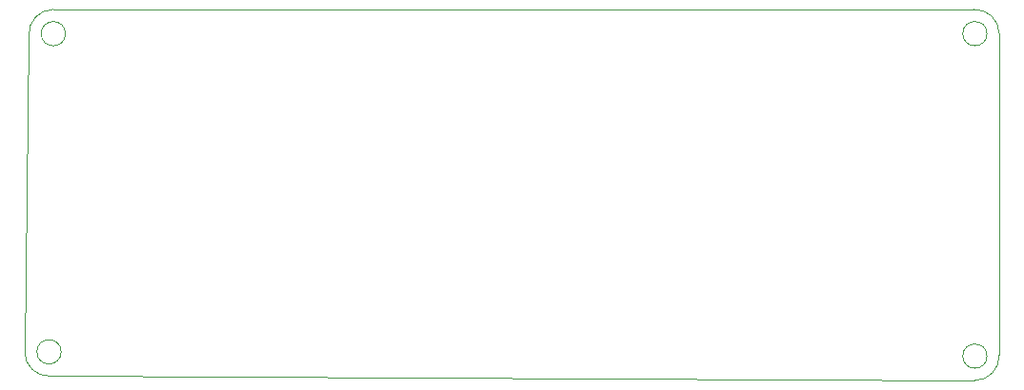
<source format=gbr>
%TF.GenerationSoftware,KiCad,Pcbnew,9.0.7-9.0.7~ubuntu24.04.1*%
%TF.CreationDate,2026-01-19T19:18:33+05:30*%
%TF.ProjectId,controller,636f6e74-726f-46c6-9c65-722e6b696361,rev?*%
%TF.SameCoordinates,Original*%
%TF.FileFunction,Profile,NP*%
%FSLAX46Y46*%
G04 Gerber Fmt 4.6, Leading zero omitted, Abs format (unit mm)*
G04 Created by KiCad (PCBNEW 9.0.7-9.0.7~ubuntu24.04.1) date 2026-01-19 19:18:33*
%MOMM*%
%LPD*%
G01*
G04 APERTURE LIST*
%TA.AperFunction,Profile*%
%ADD10C,0.050000*%
%TD*%
G04 APERTURE END LIST*
D10*
X114881725Y-103291298D02*
X115266457Y-75101030D01*
X199340457Y-105835030D02*
X117171457Y-105450297D01*
X201503189Y-74970298D02*
X201499457Y-103545298D01*
X117171457Y-105450298D02*
G75*
G02*
X114881725Y-103291298I-127000J2159000D01*
G01*
X118122088Y-103291298D02*
G75*
G02*
X115966826Y-103291298I-1077631J0D01*
G01*
X115966826Y-103291298D02*
G75*
G02*
X118122088Y-103291298I1077631J0D01*
G01*
X201499457Y-103545298D02*
G75*
G02*
X199340457Y-105835030I-2159000J-127000D01*
G01*
X200418088Y-103672298D02*
G75*
G02*
X198262826Y-103672298I-1077631J0D01*
G01*
X198262826Y-103672298D02*
G75*
G02*
X200418088Y-103672298I1077631J0D01*
G01*
X117425457Y-72811298D02*
X199213459Y-72811298D01*
X199213457Y-72811298D02*
G75*
G02*
X201503189Y-74970298I127000J-2159000D01*
G01*
X200418088Y-74970298D02*
G75*
G02*
X198262826Y-74970298I-1077631J0D01*
G01*
X198262826Y-74970298D02*
G75*
G02*
X200418088Y-74970298I1077631J0D01*
G01*
X115266457Y-75101030D02*
G75*
G02*
X117425457Y-72811298I2159000J127000D01*
G01*
X118503088Y-74974030D02*
G75*
G02*
X116347826Y-74974030I-1077631J0D01*
G01*
X116347826Y-74974030D02*
G75*
G02*
X118503088Y-74974030I1077631J0D01*
G01*
M02*

</source>
